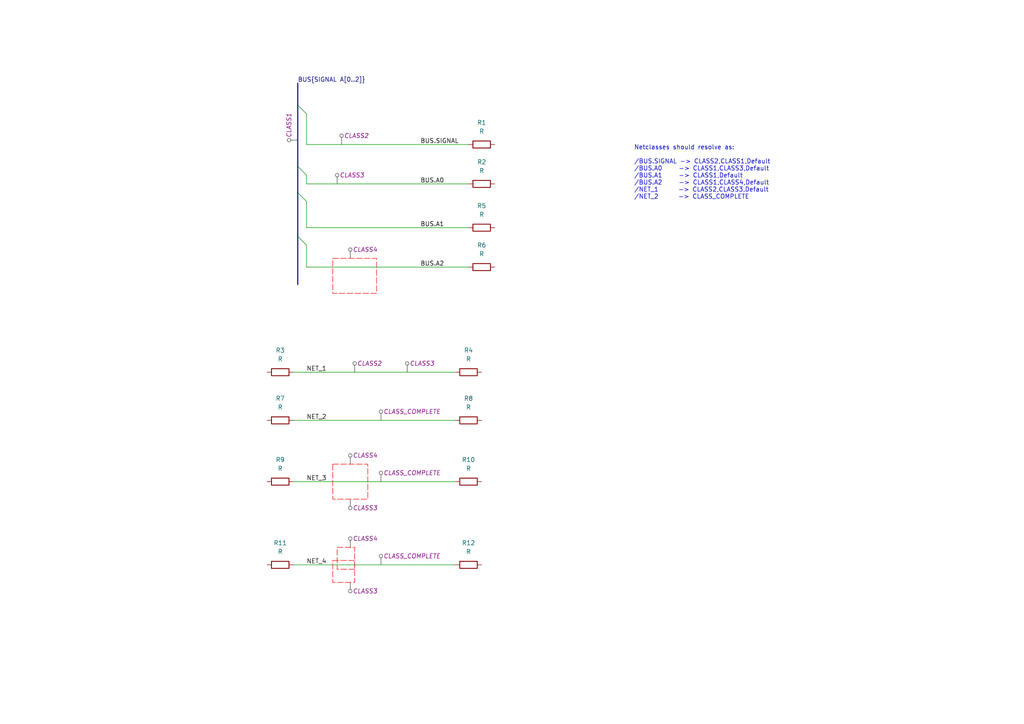
<source format=kicad_sch>
(kicad_sch (version 20240716) (generator "eeschema") (generator_version "8.99")
  (paper "A4")
  (lib_symbols
    (symbol "Device:R" (pin_numbers hide) (pin_names (offset 0))
      (property "Reference" "R" (at 2.032 0 90))
      (property "Value" "R" (at 0 0 90))
      (symbol "R_0_1"
        (rectangle (start -1.016 -2.54) (end 1.016 2.54) (stroke (width 0.254)))
      )
      (symbol "R_1_1"
        (pin passive line (at 0 3.81 270) (length 1.27) (name "~") (number "1"))
        (pin passive line (at 0 -3.81 90) (length 1.27) (name "~") (number "2"))
      )
    )
  )
  (text "Netclasses should resolve as:\n\n/BUS.SIGNAL -> CLASS2,CLASS1,Default\n/BUS.A0     -> CLASS1,CLASS3,Default\n/BUS.A1     -> CLASS1,Default\n/BUS.A2     -> CLASS1,CLASS4,Default\n/NET_1      -> CLASS2,CLASS3,Default\n/NET_2      -> CLASS_COMPLETE\n" (at 183.896 50.038 0) (effects (font (size 1.27 1.27)) (justify left)))
  (bus_entry (at 86.36 48.26) (size 2.54 2.54))
  (bus_entry (at 86.36 30.48) (size 2.54 2.54))
  (bus_entry (at 86.36 55.88) (size 2.54 2.54))
  (bus_entry (at 86.36 68.58) (size 2.54 2.54))
  (wire (pts (xy 88.9 50.8) (xy 88.9 53.34)))
  (wire (pts (xy 85.09 121.92) (xy 132.08 121.92)))
  (wire (pts (xy 88.9 77.47) (xy 135.89 77.47)))
  (wire (pts (xy 85.09 139.7) (xy 132.08 139.7)))
  (wire (pts (xy 88.9 41.91) (xy 135.89 41.91)))
  (bus (pts (xy 86.36 30.48) (xy 86.36 48.26)))
  (wire (pts (xy 88.9 66.04) (xy 135.89 66.04)))
  (bus (pts (xy 86.36 24.13) (xy 86.36 30.48)))
  (bus (pts (xy 86.36 55.88) (xy 86.36 68.58)))
  (wire (pts (xy 88.9 58.42) (xy 88.9 66.04)))
  (wire (pts (xy 88.9 33.02) (xy 88.9 41.91)))
  (wire (pts (xy 88.9 53.34) (xy 135.89 53.34)))
  (bus (pts (xy 86.36 68.58) (xy 86.36 82.55)))
  (wire (pts (xy 85.09 163.83) (xy 132.08 163.83)))
  (bus (pts (xy 86.36 48.26) (xy 86.36 55.88)))
  (wire (pts (xy 85.09 107.95) (xy 132.08 107.95)))
  (wire (pts (xy 88.9 71.12) (xy 88.9 77.47)))
  (label "BUS.A1" (at 121.92 66.04 0))
  (label "BUS.SIGNAL" (at 121.92 41.91 0))
  (label "BUS{SIGNAL A[0..2]}" (at 86.36 24.13 0))
  (label "NET_4" (at 88.9 163.83 0))
  (label "NET_1" (at 88.9 107.95 0))
  (label "NET_2" (at 88.9 121.92 0))
  (label "BUS.A0" (at 121.92 53.34 0))
  (label "BUS.A2" (at 121.92 77.47 0))
  (label "NET_3" (at 88.9 139.7 0))
  (rule_area (polyline (pts (xy 96.52 74.93) (xy 109.22 74.93) (xy 109.22 85.09) (xy 96.52 85.09)) (stroke (width 0) (type dash))))
  (rule_area (polyline (pts (xy 96.52 134.62) (xy 106.68 134.62) (xy 106.68 144.78) (xy 96.52 144.78)) (stroke (width 0) (type dash))))
  (rule_area (polyline (pts (xy 97.79 158.75) (xy 102.87 158.75) (xy 102.87 165.1) (xy 97.79 165.1)) (stroke (width 0) (type dash))))
  (rule_area (polyline (pts (xy 96.52 162.56) (xy 102.87 162.56) (xy 102.87 168.91) (xy 96.52 168.91)) (stroke (width 0) (type dash))))
  (netclass_flag "" (length 2.54) (shape round) (at 99.06 41.91 0) (property "Netclass" "CLASS2" (at 99.7585 39.37 0) (effects (font (italic yes)) (justify left))))
  (netclass_flag "" (length 2.54) (shape round) (at 110.49 139.7 0) (property "Netclass" "CLASS_COMPLETE" (at 111.1885 137.16 0) (effects (font (italic yes)) (justify left))))
  (netclass_flag "" (length 2.54) (shape round) (at 110.49 163.83 0) (property "Netclass" "CLASS_COMPLETE" (at 111.1885 161.29 0) (effects (font (italic yes)) (justify left))))
  (netclass_flag "" (length 2.54) (shape round) (at 101.6 168.91 180) (property "Netclass" "CLASS3" (at 102.2985 171.45 0) (effects (font (italic yes)) (justify left))))
  (netclass_flag "" (length 2.54) (shape round) (at 97.79 53.34 0) (property "Netclass" "CLASS3" (at 98.4885 50.8 0) (effects (font (italic yes)) (justify left))))
  (netclass_flag "" (length 2.54) (shape round) (at 101.6 74.93 0) (property "Netclass" "CLASS4" (at 102.2985 72.39 0) (effects (font (italic yes)) (justify left))))
  (netclass_flag "" (length 2.54) (shape round) (at 102.87 107.95 0) (property "Netclass" "CLASS2" (at 103.5685 105.41 0) (effects (font (italic yes)) (justify left))))
  (netclass_flag "" (length 2.54) (shape round) (at 118.11 107.95 0) (property "Netclass" "CLASS3" (at 118.8085 105.41 0) (effects (font (italic yes)) (justify left))))
  (netclass_flag "" (length 2.54) (shape round) (at 101.6 158.75 0) (property "Netclass" "CLASS4" (at 102.2985 156.21 0) (effects (font (italic yes)) (justify left))))
  (netclass_flag "" (length 2.54) (shape round) (at 101.6 134.62 0) (property "Netclass" "CLASS4" (at 102.2985 132.08 0) (effects (font (italic yes)) (justify left))))
  (netclass_flag "" (length 2.54) (shape round) (at 110.49 121.92 0) (property "Netclass" "CLASS_COMPLETE" (at 111.1885 119.38 0) (effects (font (italic yes)) (justify left))))
  (netclass_flag "" (length 2.54) (shape round) (at 101.6 144.78 180) (property "Netclass" "CLASS3" (at 102.2985 147.32 0) (effects (font (italic yes)) (justify left))))
  (netclass_flag "" (length 2.54) (shape round) (at 86.36 40.64 90) (property "Netclass" "CLASS1" (at 83.82 39.9415 90) (effects (font (italic yes)) (justify left))))
  (symbol (lib_id "Device:R") (at 81.28 121.92 90) (unit 1)
    (property "Reference" "R7" (at 81.28 115.57 90))
    (property "Value" "R" (at 81.28 118.11 90))
    (property "Description" "Resistor" (effects (hide yes)))
  )
  (symbol (lib_id "Device:R") (at 135.89 163.83 90) (unit 1)
    (property "Reference" "R12" (at 135.89 157.48 90))
    (property "Value" "R" (at 135.89 160.02 90))
    (property "Description" "Resistor" (effects (hide yes)))
  )
  (symbol (lib_id "Device:R") (at 135.89 139.7 90) (unit 1)
    (property "Reference" "R10" (at 135.89 133.35 90))
    (property "Value" "R" (at 135.89 135.89 90))
    (property "Description" "Resistor" (effects (hide yes)))
  )
  (symbol (lib_id "Device:R") (at 135.89 107.95 90) (unit 1)
    (property "Reference" "R4" (at 135.89 101.6 90))
    (property "Value" "R" (at 135.89 104.14 90))
    (property "Description" "Resistor" (effects (hide yes)))
  )
  (symbol (lib_id "Device:R") (at 81.28 107.95 90) (unit 1)
    (property "Reference" "R3" (at 81.28 101.6 90))
    (property "Value" "R" (at 81.28 104.14 90))
    (property "Description" "Resistor" (effects (hide yes)))
  )
  (symbol (lib_id "Device:R") (at 139.7 53.34 90) (unit 1)
    (property "Reference" "R2" (at 139.7 46.99 90))
    (property "Value" "R" (at 139.7 49.53 90))
    (property "Description" "Resistor" (effects (hide yes)))
  )
  (symbol (lib_id "Device:R") (at 139.7 41.91 90) (unit 1)
    (property "Reference" "R1" (at 139.7 35.56 90))
    (property "Value" "R" (at 139.7 38.1 90))
    (property "Description" "Resistor" (effects (hide yes)))
  )
  (symbol (lib_id "Device:R") (at 81.28 139.7 90) (unit 1)
    (property "Reference" "R9" (at 81.28 133.35 90))
    (property "Value" "R" (at 81.28 135.89 90))
    (property "Description" "Resistor" (effects (hide yes)))
  )
  (symbol (lib_id "Device:R") (at 81.28 163.83 90) (unit 1)
    (property "Reference" "R11" (at 81.28 157.48 90))
    (property "Value" "R" (at 81.28 160.02 90))
    (property "Description" "Resistor" (effects (hide yes)))
  )
  (symbol (lib_id "Device:R") (at 139.7 66.04 90) (unit 1)
    (property "Reference" "R5" (at 139.7 59.69 90))
    (property "Value" "R" (at 139.7 62.23 90))
    (property "Description" "Resistor" (effects (hide yes)))
  )
  (symbol (lib_id "Device:R") (at 135.89 121.92 90) (unit 1)
    (property "Reference" "R8" (at 135.89 115.57 90))
    (property "Value" "R" (at 135.89 118.11 90))
    (property "Description" "Resistor" (effects (hide yes)))
  )
  (symbol (lib_id "Device:R") (at 139.7 77.47 90) (unit 1)
    (property "Reference" "R6" (at 139.7 71.12 90))
    (property "Value" "R" (at 139.7 73.66 90))
    (property "Description" "Resistor" (effects (hide yes)))
  )
)
</source>
